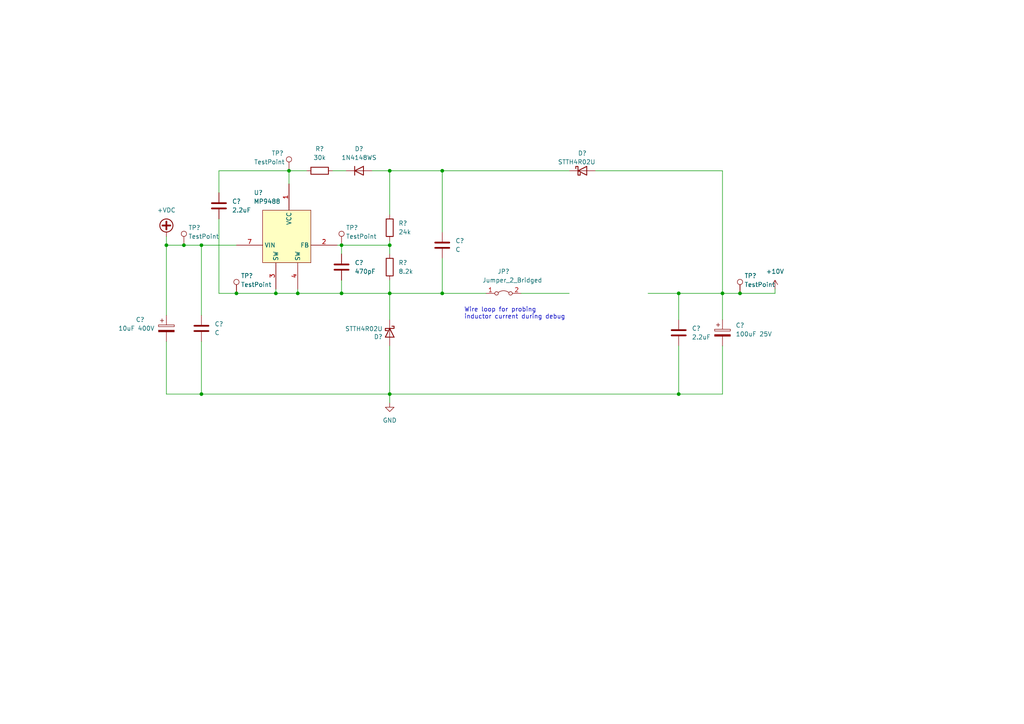
<source format=kicad_sch>
(kicad_sch (version 20211123) (generator eeschema)
  (paper "A4")
  (lib_symbols
    (symbol "Connector:TestPoint" (pin_numbers hide) (pin_names (offset 0.762) hide)
      (property "Reference" "TP" (at 0 6.858 0))
      (property "Value" "TestPoint" (at 0 5.08 0))
      (symbol "TestPoint_0_1"
        (circle (center 0 3.302) (radius 0.762))
      )
      (symbol "TestPoint_1_1"
        (pin passive line (at 0 0 90) (length 2.54) (name "1") (number "1"))
      )
    )
    (symbol "Device:C" (pin_numbers hide) (pin_names (offset 0.254))
      (property "Reference" "C" (at 0.635 2.54 0))
      (property "Value" "C" (at 0.635 -2.54 0))
      (symbol "C_0_1"
        (polyline (pts (xy -2.032 -0.762) (xy 2.032 -0.762)) (stroke (width 0.508)))
        (polyline (pts (xy -2.032 0.762) (xy 2.032 0.762)) (stroke (width 0.508)))
      )
      (symbol "C_1_1"
        (pin passive line (at 0 3.81 270) (length 2.794) (name "~") (number "1"))
        (pin passive line (at 0 -3.81 90) (length 2.794) (name "~") (number "2"))
      )
    )
    (symbol "Device:C_Polarized" (pin_numbers hide) (pin_names (offset 0.254))
      (property "Reference" "C" (at 0.635 2.54 0))
      (property "Value" "C_Polarized" (at 0.635 -2.54 0))
      (symbol "C_Polarized_0_1"
        (rectangle (start -2.286 0.508) (end 2.286 1.016))
        (polyline (pts (xy -1.778 2.286) (xy -0.762 2.286)))
        (polyline (pts (xy -1.27 2.794) (xy -1.27 1.778)))
        (rectangle (start 2.286 -0.508) (end -2.286 -1.016) (fill (type outline)))
      )
      (symbol "C_Polarized_1_1"
        (pin passive line (at 0 3.81 270) (length 2.794) (name "~") (number "1"))
        (pin passive line (at 0 -3.81 90) (length 2.794) (name "~") (number "2"))
      )
    )
    (symbol "Device:D_Schottky" (pin_numbers hide) (pin_names (offset 1.016) hide)
      (property "Reference" "D" (at 0 2.54 0))
      (property "Value" "D_Schottky" (at 0 -2.54 0))
      (symbol "D_Schottky_0_1"
        (polyline (pts (xy 1.27 0) (xy -1.27 0)))
        (polyline (pts (xy 1.27 1.27) (xy 1.27 -1.27) (xy -1.27 0) (xy 1.27 1.27)) (stroke (width 0.254)))
        (polyline (pts (xy -1.905 0.635) (xy -1.905 1.27) (xy -1.27 1.27) (xy -1.27 -1.27) (xy -0.635 -1.27) (xy -0.635 -0.635)) (stroke (width 0.254)))
      )
      (symbol "D_Schottky_1_1"
        (pin passive line (at -3.81 0 0) (length 2.54) (name "K") (number "1"))
        (pin passive line (at 3.81 0 180) (length 2.54) (name "A") (number "2"))
      )
    )
    (symbol "Device:R" (pin_numbers hide) (pin_names (offset 0))
      (property "Reference" "R" (at 2.032 0 90))
      (property "Value" "R" (at 0 0 90))
      (symbol "R_0_1"
        (rectangle (start -1.016 -2.54) (end 1.016 2.54) (stroke (width 0.254)))
      )
      (symbol "R_1_1"
        (pin passive line (at 0 3.81 270) (length 1.27) (name "~") (number "1"))
        (pin passive line (at 0 -3.81 90) (length 1.27) (name "~") (number "2"))
      )
    )
    (symbol "Diode:1N4148WS" (pin_numbers hide) (pin_names (offset 1.016) hide)
      (property "Reference" "D" (at 0 2.54 0))
      (property "Value" "1N4148WS" (at 0 -2.54 0))
      (symbol "1N4148WS_0_1"
        (polyline (pts (xy -1.27 1.27) (xy -1.27 -1.27)) (stroke (width 0.254)))
        (polyline (pts (xy 1.27 0) (xy -1.27 0)))
        (polyline (pts (xy 1.27 1.27) (xy 1.27 -1.27) (xy -1.27 0) (xy 1.27 1.27)) (stroke (width 0.254)))
      )
      (symbol "1N4148WS_1_1"
        (pin passive line (at -3.81 0 0) (length 2.54) (name "K") (number "1"))
        (pin passive line (at 3.81 0 180) (length 2.54) (name "A") (number "2"))
      )
    )
    (symbol "Jumper:Jumper_2_Bridged" (pin_names (offset 0) hide)
      (property "Reference" "JP" (at 0 1.905 0))
      (property "Value" "Jumper_2_Bridged" (at 0 -2.54 0))
      (symbol "Jumper_2_Bridged_0_0"
        (circle (center -2.032 0) (radius 0.508))
        (circle (center 2.032 0) (radius 0.508))
      )
      (symbol "Jumper_2_Bridged_0_1"
        (arc (start 1.524 0.254) (mid 0 0.762) (end -1.524 0.254))
      )
      (symbol "Jumper_2_Bridged_1_1"
        (pin passive line (at -5.08 0 0) (length 2.54) (name "A") (number "1"))
        (pin passive line (at 5.08 0 180) (length 2.54) (name "B") (number "2"))
      )
    )
    (symbol "Symbols:MP9488"
      (property "Reference" "U" (at -3.81 1.27 0))
      (property "Value" "MP9488" (at -1.27 -1.27 0))
      (symbol "MP9488_0_1"
        (rectangle (start -7.62 6.35) (end 6.35 -8.89) (fill (type background)))
      )
      (symbol "MP9488_1_1"
        (pin power_in line (at 0 13.97 270) (length 7.62) (name "VCC") (number "1"))
        (pin input line (at 13.97 -3.81 180) (length 7.62) (name "FB") (number "2"))
        (pin power_out line (at -3.81 -16.51 90) (length 7.62) (name "SW") (number "3"))
        (pin power_out line (at 2.54 -16.51 90) (length 7.62) (name "SW") (number "4"))
        (pin power_in line (at -15.24 -3.81 0) (length 7.62) (name "VIN") (number "7"))
      )
    )
    (symbol "power:+10V" (power) (pin_names (offset 0))
      (property "Value" "+10V" (at 0 3.556 0))
      (symbol "+10V_0_1"
        (polyline (pts (xy -0.762 1.27) (xy 0 2.54)))
        (polyline (pts (xy 0 0) (xy 0 2.54)))
        (polyline (pts (xy 0 2.54) (xy 0.762 1.27)))
      )
      (symbol "+10V_1_1"
        (pin power_in line (at 0 0 90) (length 0) hide (name "+10V") (number "1"))
      )
    )
    (symbol "power:+VDC" (power) (pin_names (offset 0))
      (property "Value" "+VDC" (at 0 6.35 0))
      (symbol "+VDC_0_1"
        (polyline (pts (xy -1.143 3.175) (xy 1.143 3.175)) (stroke (width 0.508)))
        (polyline (pts (xy 0 0) (xy 0 1.27)))
        (polyline (pts (xy 0 2.032) (xy 0 4.318)) (stroke (width 0.508)))
        (circle (center 0 3.175) (radius 1.905) (stroke (width 0.254)))
      )
      (symbol "+VDC_1_1"
        (pin power_in line (at 0 0 90) (length 0) hide (name "+VDC") (number "1"))
      )
    )
    (symbol "power:GND" (power) (pin_names (offset 0))
      (property "Value" "GND" (at 0 -3.81 0))
      (symbol "GND_0_1"
        (polyline (pts (xy 0 0) (xy 0 -1.27) (xy 1.27 -1.27) (xy 0 -2.54) (xy -1.27 -1.27) (xy 0 -1.27)))
      )
      (symbol "GND_1_1"
        (pin power_in line (at 0 0 270) (length 0) hide (name "GND") (number "1"))
      )
    )
  )
  (junction (at 68.58 85.09))
  (junction (at 128.27 85.09))
  (junction (at 58.42 71.12))
  (junction (at 83.82 49.53))
  (junction (at 58.42 114.3))
  (junction (at 48.26 71.12))
  (junction (at 99.06 71.12))
  (junction (at 113.03 71.12))
  (junction (at 209.55 85.09))
  (junction (at 113.03 49.53))
  (junction (at 196.85 85.09))
  (junction (at 113.03 85.09))
  (junction (at 196.85 114.3))
  (junction (at 53.34 71.12))
  (junction (at 113.03 114.3))
  (junction (at 99.06 85.09))
  (junction (at 86.36 85.09))
  (junction (at 128.27 49.53))
  (junction (at 214.63 85.09))
  (junction (at 80.01 85.09))
  (wire (pts (xy 113.03 114.3) (xy 113.03 116.84)))
  (wire (pts (xy 209.55 85.09) (xy 209.55 92.71)))
  (wire (pts (xy 172.72 49.53) (xy 209.55 49.53)))
  (wire (pts (xy 151.13 85.09) (xy 165.1 85.09)))
  (wire (pts (xy 83.82 49.53) (xy 83.82 53.34)))
  (wire (pts (xy 68.58 85.09) (xy 80.01 85.09)))
  (wire (pts (xy 63.5 85.09) (xy 68.58 85.09)))
  (wire (pts (xy 58.42 71.12) (xy 68.58 71.12)))
  (wire (pts (xy 113.03 49.53) (xy 113.03 62.23)))
  (wire (pts (xy 48.26 91.44) (xy 48.26 71.12)))
  (wire (pts (xy 80.01 83.82) (xy 80.01 85.09)))
  (wire (pts (xy 80.01 85.09) (xy 86.36 85.09)))
  (wire (pts (xy 99.06 71.12) (xy 97.79 71.12)))
  (wire (pts (xy 196.85 85.09) (xy 196.85 92.71)))
  (wire (pts (xy 113.03 71.12) (xy 113.03 73.66)))
  (wire (pts (xy 196.85 100.33) (xy 196.85 114.3)))
  (wire (pts (xy 58.42 99.06) (xy 58.42 114.3)))
  (wire (pts (xy 48.26 71.12) (xy 53.34 71.12)))
  (wire (pts (xy 99.06 81.28) (xy 99.06 85.09)))
  (wire (pts (xy 113.03 81.28) (xy 113.03 85.09)))
  (wire (pts (xy 48.26 99.06) (xy 48.26 114.3)))
  (wire (pts (xy 214.63 85.09) (xy 224.79 85.09)))
  (wire (pts (xy 83.82 49.53) (xy 88.9 49.53)))
  (wire (pts (xy 209.55 85.09) (xy 214.63 85.09)))
  (wire (pts (xy 48.26 68.58) (xy 48.26 71.12)))
  (wire (pts (xy 128.27 74.93) (xy 128.27 85.09)))
  (wire (pts (xy 113.03 114.3) (xy 196.85 114.3)))
  (wire (pts (xy 86.36 85.09) (xy 99.06 85.09)))
  (wire (pts (xy 113.03 85.09) (xy 113.03 92.71)))
  (wire (pts (xy 58.42 114.3) (xy 113.03 114.3)))
  (wire (pts (xy 107.95 49.53) (xy 113.03 49.53)))
  (wire (pts (xy 48.26 114.3) (xy 58.42 114.3)))
  (wire (pts (xy 196.85 114.3) (xy 209.55 114.3)))
  (wire (pts (xy 209.55 49.53) (xy 209.55 85.09)))
  (wire (pts (xy 113.03 100.33) (xy 113.03 114.3)))
  (wire (pts (xy 63.5 63.5) (xy 63.5 85.09)))
  (wire (pts (xy 113.03 71.12) (xy 113.03 69.85)))
  (wire (pts (xy 99.06 71.12) (xy 113.03 71.12)))
  (wire (pts (xy 63.5 49.53) (xy 83.82 49.53)))
  (wire (pts (xy 196.85 85.09) (xy 209.55 85.09)))
  (wire (pts (xy 187.96 85.09) (xy 196.85 85.09)))
  (wire (pts (xy 63.5 49.53) (xy 63.5 55.88)))
  (wire (pts (xy 86.36 83.82) (xy 86.36 85.09)))
  (wire (pts (xy 113.03 85.09) (xy 128.27 85.09)))
  (wire (pts (xy 128.27 85.09) (xy 140.97 85.09)))
  (wire (pts (xy 96.52 49.53) (xy 100.33 49.53)))
  (wire (pts (xy 99.06 71.12) (xy 99.06 73.66)))
  (wire (pts (xy 53.34 71.12) (xy 58.42 71.12)))
  (wire (pts (xy 58.42 71.12) (xy 58.42 91.44)))
  (wire (pts (xy 128.27 49.53) (xy 165.1 49.53)))
  (wire (pts (xy 113.03 49.53) (xy 128.27 49.53)))
  (wire (pts (xy 224.79 83.82) (xy 224.79 85.09)))
  (wire (pts (xy 209.55 114.3) (xy 209.55 100.33)))
  (wire (pts (xy 128.27 49.53) (xy 128.27 67.31)))
  (wire (pts (xy 99.06 85.09) (xy 113.03 85.09)))
  (text "Wire loop for probing \ninductor current during debug\n" (at 134.62 92.71 0) (effects (font (size 1.27 1.27)) (justify left bottom)))
  (symbol (lib_id "Connector:TestPoint") (at 99.06 71.12 0) (unit 1)
    (property "Reference" "TP?" (at 100.33 66.04 0) (effects (justify left)))
    (property "Value" "TestPoint" (at 100.33 68.58 0) (effects (justify left)))
  )
  (symbol (lib_id "Device:C") (at 99.06 77.47 0) (unit 1)
    (property "Reference" "C?" (at 102.87 76.1999 0) (effects (justify left)))
    (property "Value" "470pF " (at 102.87 78.7399 0) (effects (justify left)))
    (property "Footprint" "Capacitor_SMD:C_0805_2012Metric" (effects hide))
  )
  (symbol (lib_id "Jumper:Jumper_2_Bridged") (at 146.05 85.09 0) (unit 1)
    (property "Reference" "JP?" (at 146.05 78.74 0))
    (property "Value" "Jumper_2_Bridged" (at 148.59 81.28 0))
  )
  (symbol (lib_id "Device:R") (at 113.03 66.04 0) (unit 1)
    (property "Reference" "R?" (at 115.57 64.7699 0) (effects (justify left)))
    (property "Value" "24k" (at 115.57 67.3099 0) (effects (justify left)))
    (property "Footprint" "Resistor_SMD:R_0805_2012Metric" (effects hide))
  )
  (symbol (lib_id "Device:C") (at 196.85 96.52 0) (unit 1)
    (property "Reference" "C?" (at 200.66 95.2499 0) (effects (justify left)))
    (property "Value" "2.2uF" (at 200.66 97.7899 0) (effects (justify left)))
    (property "Footprint" "Capacitor_SMD:C_0805_2012Metric" (effects hide))
  )
  (symbol (lib_id "Device:C") (at 58.42 95.25 0) (unit 1)
    (property "Reference" "C?" (at 62.23 93.9799 0) (effects (justify left)))
    (property "Value" "C" (at 62.23 96.5199 0) (effects (justify left)))
    (property "Footprint" "Capacitor_SMD:C_0805_2012Metric" (effects hide))
  )
  (symbol (lib_id "Device:D_Schottky") (at 113.03 96.52 270) (unit 1)
    (property "Reference" "D?" (at 110.998 97.6884 90) (effects (justify right)))
    (property "Value" "STTH4R02U" (at 110.998 95.377 90) (effects (justify right)))
    (property "Footprint" "Diode_SMD:D_SMB" (effects hide))
    (property "Manf#" "STTH4R02U" (effects hide))
  )
  (symbol (lib_id "Device:C_Polarized") (at 209.55 96.52 0) (unit 1)
    (property "Reference" "C?" (at 213.36 94.3609 0) (effects (justify left)))
    (property "Value" "100uF 25V" (at 213.36 96.9009 0) (effects (justify left)))
    (property "Footprint" "Capacitor_SMD:CP_Elec_8x10" (effects hide))
  )
  (symbol (lib_id "Device:C") (at 63.5 59.69 0) (unit 1)
    (property "Reference" "C?" (at 67.31 58.4199 0) (effects (justify left)))
    (property "Value" "2.2uF" (at 67.31 60.9599 0) (effects (justify left)))
    (property "Footprint" "Capacitor_SMD:C_0805_2012Metric" (effects hide))
  )
  (symbol (lib_id "power:GND") (at 113.03 116.84 0) (unit 1)
    (property "Reference" "#PWR?" (effects hide))
    (property "Value" "GND" (at 113.03 121.92 0))
  )
  (symbol (lib_id "Connector:TestPoint") (at 214.63 85.09 0) (unit 1)
    (property "Reference" "TP?" (at 215.9 80.01 0) (effects (justify left)))
    (property "Value" "TestPoint" (at 215.9 82.55 0) (effects (justify left)))
  )
  (symbol (lib_id "Device:R") (at 113.03 77.47 0) (unit 1)
    (property "Reference" "R?" (at 115.57 76.1999 0) (effects (justify left)))
    (property "Value" "8.2k" (at 115.57 78.7399 0) (effects (justify left)))
    (property "Footprint" "Resistor_SMD:R_0805_2012Metric" (effects hide))
  )
  (symbol (lib_id "Device:C") (at 128.27 71.12 0) (unit 1)
    (property "Reference" "C?" (at 132.08 69.8499 0) (effects (justify left)))
    (property "Value" "C" (at 132.08 72.3899 0) (effects (justify left)))
    (property "Footprint" "Capacitor_SMD:C_0805_2012Metric" (effects hide))
  )
  (symbol (lib_id "Device:R") (at 92.71 49.53 90) (unit 1)
    (property "Reference" "R?" (at 92.71 43.18 90))
    (property "Value" "30k" (at 92.71 45.72 90))
    (property "Footprint" "Resistor_SMD:R_0805_2012Metric" (effects hide))
  )
  (symbol (lib_id "Connector:TestPoint") (at 83.82 49.53 0) (unit 1)
    (property "Reference" "TP?" (at 78.74 44.45 0) (effects (justify left)))
    (property "Value" "TestPoint" (at 73.66 46.99 0) (effects (justify left)))
  )
  (symbol (lib_id "Device:C_Polarized") (at 48.26 95.25 0) (unit 1)
    (property "Reference" "C?" (at 39.37 92.71 0) (effects (justify left)))
    (property "Value" "10uF 400V" (at 34.29 95.25 0) (effects (justify left)))
    (property "Footprint" "Capacitor_SMD:CP_Elec_8x10" (effects hide))
  )
  (symbol (lib_id "Diode:1N4148WS") (at 104.14 49.53 0) (unit 1)
    (property "Reference" "D?" (at 104.14 43.18 0))
    (property "Value" "1N4148WS" (at 104.14 45.72 0))
    (property "Footprint" "Diode_SMD:D_SOD-323" (effects hide))
    (property "Datasheet" "https://www.vishay.com/docs/85751/1n4148ws.pdf" (effects hide))
  )
  (symbol (lib_id "Connector:TestPoint") (at 68.58 85.09 0) (unit 1)
    (property "Reference" "TP?" (at 69.85 80.01 0) (effects (justify left)))
    (property "Value" "TestPoint" (at 69.85 82.55 0) (effects (justify left)))
  )
  (symbol (lib_id "power:+VDC") (at 48.26 68.58 0) (unit 1)
    (property "Reference" "#PWR?" (effects hide))
    (property "Value" "+VDC" (at 48.26 60.96 0))
  )
  (symbol (lib_id "Device:D_Schottky") (at 168.91 49.53 0) (unit 1)
    (property "Reference" "D?" (at 170.18 44.45 0) (effects (justify right)))
    (property "Value" "STTH4R02U" (at 172.72 46.99 0) (effects (justify right)))
    (property "Footprint" "Diode_SMD:D_SMB" (effects hide))
    (property "Manf#" "STTH4R02U" (effects hide))
  )
  (symbol (lib_id "Symbols:MP9488") (at 83.82 67.31 0) (unit 1)
    (property "Reference" "U?" (at 74.93 55.88 0))
    (property "Value" "MP9488" (at 77.47 58.42 0))
    (property "Footprint" "Package_SO:SO-8_3.9x4.9mm_P1.27mm" (effects hide))
    (property "Datasheet" "https://www.monolithicpower.com/en/documentview/productdocument/index/version/2/document_type/Datasheet/lang/en/sku/MP9488/document_id/3748/" (effects hide))
  )
  (symbol (lib_id "Connector:TestPoint") (at 53.34 71.12 0) (unit 1)
    (property "Reference" "TP?" (at 54.61 66.04 0) (effects (justify left)))
    (property "Value" "TestPoint" (at 54.61 68.58 0) (effects (justify left)))
  )
  (symbol (lib_id "power:+10V") (at 224.79 83.82 0) (unit 1)
    (property "Reference" "#PWR?" (effects hide))
    (property "Value" "+10V" (at 224.79 78.74 0))
  )
)
</source>
